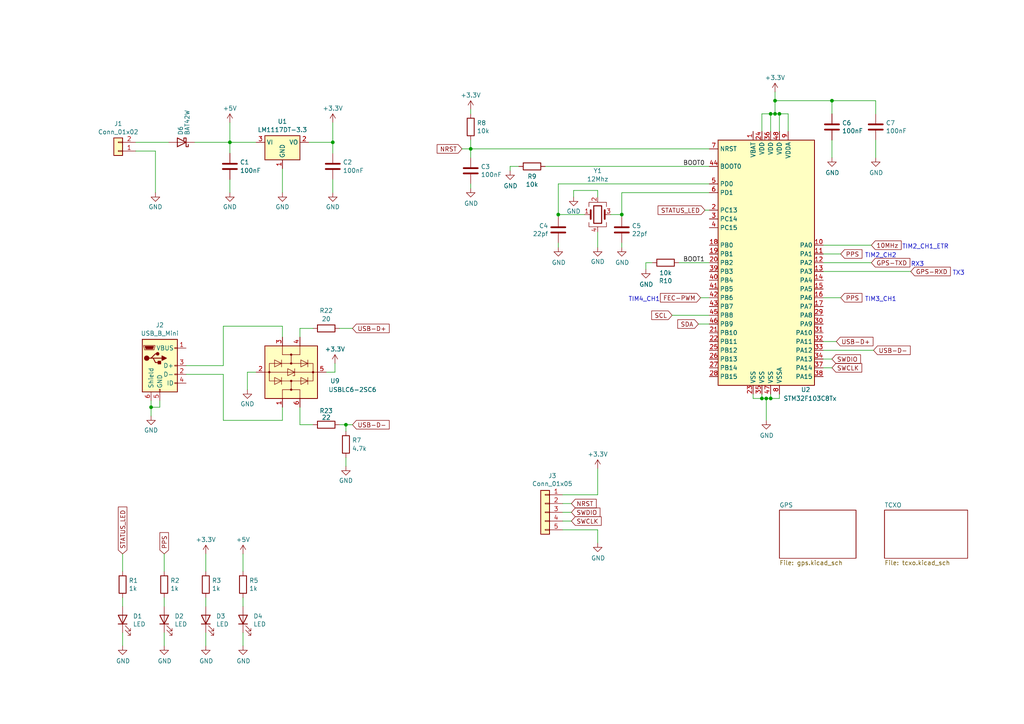
<source format=kicad_sch>
(kicad_sch (version 20230121) (generator eeschema)
  (paper "A4")
  (lib_symbols
    (symbol "Connector:USB_B_Mini" (pin_names (offset 1.016))
      (property "Reference" "J" (at -5.08 11.43 0))
      (property "Value" "USB_B_Mini" (at -5.08 8.89 0))
      (symbol "USB_B_Mini_0_1"
        (rectangle (start -5.08 -7.62) (end 5.08 7.62) (stroke (width 0.254)) (fill (type background)))
        (circle (center -3.81 2.159) (radius 0.635) (stroke (width 0.254)) (fill (type outline)))
        (circle (center -0.635 3.429) (radius 0.381) (stroke (width 0.254)) (fill (type outline)))
        (rectangle (start -0.127 -7.62) (end 0.127 -6.858))
        (polyline (pts (xy -1.905 2.159) (xy 0.635 2.159)) (stroke (width 0.254)))
        (polyline (pts (xy -3.175 2.159) (xy -2.54 2.159) (xy -1.27 3.429) (xy -0.635 3.429)) (stroke (width 0.254)))
        (polyline (pts (xy -2.54 2.159) (xy -1.905 2.159) (xy -1.27 0.889) (xy 0 0.889)) (stroke (width 0.254)))
        (polyline (pts (xy 0.635 2.794) (xy 0.635 1.524) (xy 1.905 2.159) (xy 0.635 2.794)) (stroke (width 0.254)) (fill (type outline)))
        (polyline (pts (xy -4.318 5.588) (xy -1.778 5.588) (xy -2.032 4.826) (xy -4.064 4.826) (xy -4.318 5.588)) (fill (type outline)))
        (polyline (pts (xy -4.699 5.842) (xy -4.699 5.588) (xy -4.445 4.826) (xy -4.445 4.572) (xy -1.651 4.572) (xy -1.651 4.826) (xy -1.397 5.588) (xy -1.397 5.842) (xy -4.699 5.842)))
        (rectangle (start 0.254 1.27) (end -0.508 0.508) (stroke (width 0.254)) (fill (type outline)))
        (rectangle (start 5.08 -5.207) (end 4.318 -4.953))
        (rectangle (start 5.08 -2.667) (end 4.318 -2.413))
        (rectangle (start 5.08 -0.127) (end 4.318 0.127))
        (rectangle (start 5.08 4.953) (end 4.318 5.207))
      )
      (symbol "USB_B_Mini_1_1"
        (pin power_out line (at 7.62 5.08 180) (length 2.54) (name "VBUS") (number "1"))
        (pin bidirectional line (at 7.62 -2.54 180) (length 2.54) (name "D-") (number "2"))
        (pin bidirectional line (at 7.62 0 180) (length 2.54) (name "D+") (number "3"))
        (pin passive line (at 7.62 -5.08 180) (length 2.54) (name "ID") (number "4"))
        (pin power_out line (at 0 -10.16 90) (length 2.54) (name "GND") (number "5"))
        (pin passive line (at -2.54 -10.16 90) (length 2.54) (name "Shield") (number "6"))
      )
    )
    (symbol "Connector_Generic:Conn_01x02" (pin_names (offset 1.016) hide)
      (property "Reference" "J" (at 0 2.54 0))
      (property "Value" "Conn_01x02" (at 0 -5.08 0))
      (symbol "Conn_01x02_1_1"
        (rectangle (start -1.27 -2.413) (end 0 -2.667) (stroke (width 0.1524)))
        (rectangle (start -1.27 0.127) (end 0 -0.127) (stroke (width 0.1524)))
        (rectangle (start -1.27 1.27) (end 1.27 -3.81) (stroke (width 0.254)) (fill (type background)))
        (pin passive line (at -5.08 0 0) (length 3.81) (name "Pin_1") (number "1"))
        (pin passive line (at -5.08 -2.54 0) (length 3.81) (name "Pin_2") (number "2"))
      )
    )
    (symbol "Connector_Generic:Conn_01x05" (pin_names (offset 1.016) hide)
      (property "Reference" "J" (at 0 7.62 0))
      (property "Value" "Conn_01x05" (at 0 -7.62 0))
      (symbol "Conn_01x05_1_1"
        (rectangle (start -1.27 -4.953) (end 0 -5.207) (stroke (width 0.1524)))
        (rectangle (start -1.27 -2.413) (end 0 -2.667) (stroke (width 0.1524)))
        (rectangle (start -1.27 0.127) (end 0 -0.127) (stroke (width 0.1524)))
        (rectangle (start -1.27 2.667) (end 0 2.413) (stroke (width 0.1524)))
        (rectangle (start -1.27 5.207) (end 0 4.953) (stroke (width 0.1524)))
        (rectangle (start -1.27 6.35) (end 1.27 -6.35) (stroke (width 0.254)) (fill (type background)))
        (pin passive line (at -5.08 5.08 0) (length 3.81) (name "Pin_1") (number "1"))
        (pin passive line (at -5.08 2.54 0) (length 3.81) (name "Pin_2") (number "2"))
        (pin passive line (at -5.08 0 0) (length 3.81) (name "Pin_3") (number "3"))
        (pin passive line (at -5.08 -2.54 0) (length 3.81) (name "Pin_4") (number "4"))
        (pin passive line (at -5.08 -5.08 0) (length 3.81) (name "Pin_5") (number "5"))
      )
    )
    (symbol "Device:C" (pin_numbers hide) (pin_names (offset 0.254))
      (property "Reference" "C" (at 0.635 2.54 0))
      (property "Value" "C" (at 0.635 -2.54 0))
      (symbol "C_0_1"
        (polyline (pts (xy -2.032 -0.762) (xy 2.032 -0.762)) (stroke (width 0.508)))
        (polyline (pts (xy -2.032 0.762) (xy 2.032 0.762)) (stroke (width 0.508)))
      )
      (symbol "C_1_1"
        (pin passive line (at 0 3.81 270) (length 2.794) (name "~") (number "1"))
        (pin passive line (at 0 -3.81 90) (length 2.794) (name "~") (number "2"))
      )
    )
    (symbol "Device:Crystal_GND24" (pin_names (offset 1.016) hide)
      (property "Reference" "Y" (at 3.175 5.08 0))
      (property "Value" "Crystal_GND24" (at 3.175 3.175 0))
      (symbol "Crystal_GND24_0_1"
        (rectangle (start -1.143 2.54) (end 1.143 -2.54) (stroke (width 0.3048)))
        (polyline (pts (xy -2.54 0) (xy -2.032 0)))
        (polyline (pts (xy -2.032 -1.27) (xy -2.032 1.27)) (stroke (width 0.508)))
        (polyline (pts (xy 0 -3.81) (xy 0 -3.556)))
        (polyline (pts (xy 0 3.556) (xy 0 3.81)))
        (polyline (pts (xy 2.032 -1.27) (xy 2.032 1.27)) (stroke (width 0.508)))
        (polyline (pts (xy 2.032 0) (xy 2.54 0)))
        (polyline (pts (xy -2.54 -2.286) (xy -2.54 -3.556) (xy 2.54 -3.556) (xy 2.54 -2.286)))
        (polyline (pts (xy -2.54 2.286) (xy -2.54 3.556) (xy 2.54 3.556) (xy 2.54 2.286)))
      )
      (symbol "Crystal_GND24_1_1"
        (pin passive line (at -3.81 0 0) (length 1.27) (name "1") (number "1"))
        (pin passive line (at 0 5.08 270) (length 1.27) (name "2") (number "2"))
        (pin passive line (at 3.81 0 180) (length 1.27) (name "3") (number "3"))
        (pin passive line (at 0 -5.08 90) (length 1.27) (name "4") (number "4"))
      )
    )
    (symbol "Device:D_Schottky" (pin_numbers hide) (pin_names (offset 1.016) hide)
      (property "Reference" "D" (at 0 2.54 0))
      (property "Value" "D_Schottky" (at 0 -2.54 0))
      (symbol "D_Schottky_0_1"
        (polyline (pts (xy 1.27 0) (xy -1.27 0)))
        (polyline (pts (xy 1.27 1.27) (xy 1.27 -1.27) (xy -1.27 0) (xy 1.27 1.27)) (stroke (width 0.254)))
        (polyline (pts (xy -1.905 0.635) (xy -1.905 1.27) (xy -1.27 1.27) (xy -1.27 -1.27) (xy -0.635 -1.27) (xy -0.635 -0.635)) (stroke (width 0.254)))
      )
      (symbol "D_Schottky_1_1"
        (pin passive line (at -3.81 0 0) (length 2.54) (name "K") (number "1"))
        (pin passive line (at 3.81 0 180) (length 2.54) (name "A") (number "2"))
      )
    )
    (symbol "Device:LED" (pin_numbers hide) (pin_names (offset 1.016) hide)
      (property "Reference" "D" (at 0 2.54 0))
      (property "Value" "LED" (at 0 -2.54 0))
      (symbol "LED_0_1"
        (polyline (pts (xy -1.27 -1.27) (xy -1.27 1.27)) (stroke (width 0.254)))
        (polyline (pts (xy -1.27 0) (xy 1.27 0)))
        (polyline (pts (xy 1.27 -1.27) (xy 1.27 1.27) (xy -1.27 0) (xy 1.27 -1.27)) (stroke (width 0.254)))
        (polyline (pts (xy -3.048 -0.762) (xy -4.572 -2.286) (xy -3.81 -2.286) (xy -4.572 -2.286) (xy -4.572 -1.524)))
        (polyline (pts (xy -1.778 -0.762) (xy -3.302 -2.286) (xy -2.54 -2.286) (xy -3.302 -2.286) (xy -3.302 -1.524)))
      )
      (symbol "LED_1_1"
        (pin passive line (at -3.81 0 0) (length 2.54) (name "K") (number "1"))
        (pin passive line (at 3.81 0 180) (length 2.54) (name "A") (number "2"))
      )
    )
    (symbol "Device:R" (pin_numbers hide) (pin_names (offset 0))
      (property "Reference" "R" (at 2.032 0 90))
      (property "Value" "R" (at 0 0 90))
      (symbol "R_0_1"
        (rectangle (start -1.016 -2.54) (end 1.016 2.54) (stroke (width 0.254)))
      )
      (symbol "R_1_1"
        (pin passive line (at 0 3.81 270) (length 1.27) (name "~") (number "1"))
        (pin passive line (at 0 -3.81 90) (length 1.27) (name "~") (number "2"))
      )
    )
    (symbol "Power_Protection:USBLC6-2SC6" (pin_names hide)
      (property "Reference" "U" (at 2.54 8.89 0))
      (property "Value" "USBLC6-2SC6" (at 2.54 -8.89 0))
      (symbol "USBLC6-2SC6_0_1"
        (rectangle (start -7.62 -7.62) (end 7.62 7.62) (stroke (width 0.254)) (fill (type background)))
        (circle (center -5.08 0) (radius 0.254) (fill (type outline)))
        (circle (center -2.54 0) (radius 0.254) (fill (type outline)))
        (rectangle (start -2.54 6.35) (end 2.54 -6.35))
        (circle (center 0 -6.35) (radius 0.254) (fill (type outline)))
        (polyline (pts (xy -5.08 -2.54) (xy -7.62 -2.54)))
        (polyline (pts (xy -5.08 0) (xy -5.08 -2.54)))
        (polyline (pts (xy -5.08 2.54) (xy -7.62 2.54)))
        (polyline (pts (xy -1.524 -2.794) (xy -3.556 -2.794)))
        (polyline (pts (xy -1.524 4.826) (xy -3.556 4.826)))
        (polyline (pts (xy 0 -7.62) (xy 0 -6.35)))
        (polyline (pts (xy 0 -6.35) (xy 0 1.27)))
        (polyline (pts (xy 0 1.27) (xy 0 6.35)))
        (polyline (pts (xy 0 6.35) (xy 0 7.62)))
        (polyline (pts (xy 1.524 -2.794) (xy 3.556 -2.794)))
        (polyline (pts (xy 1.524 4.826) (xy 3.556 4.826)))
        (polyline (pts (xy 5.08 -2.54) (xy 7.62 -2.54)))
        (polyline (pts (xy 5.08 0) (xy 5.08 -2.54)))
        (polyline (pts (xy 5.08 2.54) (xy 7.62 2.54)))
        (polyline (pts (xy -2.54 0) (xy -5.08 0) (xy -5.08 2.54)))
        (polyline (pts (xy 2.54 0) (xy 5.08 0) (xy 5.08 2.54)))
        (polyline (pts (xy -3.556 -4.826) (xy -1.524 -4.826) (xy -2.54 -2.794) (xy -3.556 -4.826)))
        (polyline (pts (xy -3.556 2.794) (xy -1.524 2.794) (xy -2.54 4.826) (xy -3.556 2.794)))
        (polyline (pts (xy -1.016 -1.016) (xy 1.016 -1.016) (xy 0 1.016) (xy -1.016 -1.016)))
        (polyline (pts (xy 1.016 1.016) (xy 0.762 1.016) (xy -1.016 1.016) (xy -1.016 0.508)))
        (polyline (pts (xy 3.556 -4.826) (xy 1.524 -4.826) (xy 2.54 -2.794) (xy 3.556 -4.826)))
        (polyline (pts (xy 3.556 2.794) (xy 1.524 2.794) (xy 2.54 4.826) (xy 3.556 2.794)))
        (circle (center 0 6.35) (radius 0.254) (fill (type outline)))
        (circle (center 2.54 0) (radius 0.254) (fill (type outline)))
        (circle (center 5.08 0) (radius 0.254) (fill (type outline)))
      )
      (symbol "USBLC6-2SC6_1_1"
        (pin passive line (at -10.16 -2.54 0) (length 2.54) (name "I/O1") (number "1"))
        (pin passive line (at 0 -10.16 90) (length 2.54) (name "GND") (number "2"))
        (pin passive line (at 10.16 -2.54 180) (length 2.54) (name "I/O2") (number "3"))
        (pin passive line (at 10.16 2.54 180) (length 2.54) (name "I/O2") (number "4"))
        (pin passive line (at 0 10.16 270) (length 2.54) (name "VBUS") (number "5"))
        (pin passive line (at -10.16 2.54 0) (length 2.54) (name "I/O1") (number "6"))
      )
    )
    (symbol "Regulator_Linear:LM1117DT-3.3"
      (property "Reference" "U" (at -3.81 3.175 0))
      (property "Value" "LM1117DT-3.3" (at 0 3.175 0))
      (symbol "LM1117DT-3.3_0_1"
        (rectangle (start -5.08 -5.08) (end 5.08 1.905) (stroke (width 0.254)) (fill (type background)))
      )
      (symbol "LM1117DT-3.3_1_1"
        (pin power_in line (at 0 -7.62 90) (length 2.54) (name "GND") (number "1"))
        (pin power_out line (at 7.62 0 180) (length 2.54) (name "VO") (number "2"))
        (pin power_in line (at -7.62 0 0) (length 2.54) (name "VI") (number "3"))
      )
    )
    (symbol "cheapsdo-rescue:STM32F103C8Tx-MCU_ST_STM32F1"
      (property "Reference" "U" (at -15.24 36.83 0))
      (property "Value" "MCU_ST_STM32F1_STM32F103C8Tx" (at 7.62 36.83 0))
      (symbol "STM32F103C8Tx-MCU_ST_STM32F1_0_1"
        (rectangle (start -15.24 -35.56) (end 12.7 35.56) (stroke (width 0.254)) (fill (type background)))
      )
      (symbol "STM32F103C8Tx-MCU_ST_STM32F1_1_1"
        (pin power_in line (at -5.08 38.1 270) (length 2.54) (name "VBAT") (number "1"))
        (pin bidirectional line (at 15.24 5.08 180) (length 2.54) (name "PA0") (number "10"))
        (pin bidirectional line (at 15.24 2.54 180) (length 2.54) (name "PA1") (number "11"))
        (pin bidirectional line (at 15.24 0 180) (length 2.54) (name "PA2") (number "12"))
        (pin bidirectional line (at 15.24 -2.54 180) (length 2.54) (name "PA3") (number "13"))
        (pin bidirectional line (at 15.24 -5.08 180) (length 2.54) (name "PA4") (number "14"))
        (pin bidirectional line (at 15.24 -7.62 180) (length 2.54) (name "PA5") (number "15"))
        (pin bidirectional line (at 15.24 -10.16 180) (length 2.54) (name "PA6") (number "16"))
        (pin bidirectional line (at 15.24 -12.7 180) (length 2.54) (name "PA7") (number "17"))
        (pin bidirectional line (at -17.78 5.08 0) (length 2.54) (name "PB0") (number "18"))
        (pin bidirectional line (at -17.78 2.54 0) (length 2.54) (name "PB1") (number "19"))
        (pin bidirectional line (at -17.78 15.24 0) (length 2.54) (name "PC13") (number "2"))
        (pin bidirectional line (at -17.78 0 0) (length 2.54) (name "PB2") (number "20"))
        (pin bidirectional line (at -17.78 -20.32 0) (length 2.54) (name "PB10") (number "21"))
        (pin bidirectional line (at -17.78 -22.86 0) (length 2.54) (name "PB11") (number "22"))
        (pin power_in line (at -5.08 -38.1 90) (length 2.54) (name "VSS") (number "23"))
        (pin power_in line (at -2.54 38.1 270) (length 2.54) (name "VDD") (number "24"))
        (pin bidirectional line (at -17.78 -25.4 0) (length 2.54) (name "PB12") (number "25"))
        (pin bidirectional line (at -17.78 -27.94 0) (length 2.54) (name "PB13") (number "26"))
        (pin bidirectional line (at -17.78 -30.48 0) (length 2.54) (name "PB14") (number "27"))
        (pin bidirectional line (at -17.78 -33.02 0) (length 2.54) (name "PB15") (number "28"))
        (pin bidirectional line (at 15.24 -15.24 180) (length 2.54) (name "PA8") (number "29"))
        (pin bidirectional line (at -17.78 12.7 0) (length 2.54) (name "PC14") (number "3"))
        (pin bidirectional line (at 15.24 -17.78 180) (length 2.54) (name "PA9") (number "30"))
        (pin bidirectional line (at 15.24 -20.32 180) (length 2.54) (name "PA10") (number "31"))
        (pin bidirectional line (at 15.24 -22.86 180) (length 2.54) (name "PA11") (number "32"))
        (pin bidirectional line (at 15.24 -25.4 180) (length 2.54) (name "PA12") (number "33"))
        (pin bidirectional line (at 15.24 -27.94 180) (length 2.54) (name "PA13") (number "34"))
        (pin power_in line (at -2.54 -38.1 90) (length 2.54) (name "VSS") (number "35"))
        (pin power_in line (at 0 38.1 270) (length 2.54) (name "VDD") (number "36"))
        (pin bidirectional line (at 15.24 -30.48 180) (length 2.54) (name "PA14") (number "37"))
        (pin bidirectional line (at 15.24 -33.02 180) (length 2.54) (name "PA15") (number "38"))
        (pin bidirectional line (at -17.78 -2.54 0) (length 2.54) (name "PB3") (number "39"))
        (pin bidirectional line (at -17.78 10.16 0) (length 2.54) (name "PC15") (number "4"))
        (pin bidirectional line (at -17.78 -5.08 0) (length 2.54) (name "PB4") (number "40"))
        (pin bidirectional line (at -17.78 -7.62 0) (length 2.54) (name "PB5") (number "41"))
        (pin bidirectional line (at -17.78 -10.16 0) (length 2.54) (name "PB6") (number "42"))
        (pin bidirectional line (at -17.78 -12.7 0) (length 2.54) (name "PB7") (number "43"))
        (pin input line (at -17.78 27.94 0) (length 2.54) (name "BOOT0") (number "44"))
        (pin bidirectional line (at -17.78 -15.24 0) (length 2.54) (name "PB8") (number "45"))
        (pin bidirectional line (at -17.78 -17.78 0) (length 2.54) (name "PB9") (number "46"))
        (pin power_in line (at 0 -38.1 90) (length 2.54) (name "VSS") (number "47"))
        (pin power_in line (at 2.54 38.1 270) (length 2.54) (name "VDD") (number "48"))
        (pin input line (at -17.78 22.86 0) (length 2.54) (name "PD0") (number "5"))
        (pin input line (at -17.78 20.32 0) (length 2.54) (name "PD1") (number "6"))
        (pin input line (at -17.78 33.02 0) (length 2.54) (name "NRST") (number "7"))
        (pin power_in line (at 2.54 -38.1 90) (length 2.54) (name "VSSA") (number "8"))
        (pin power_in line (at 5.08 38.1 270) (length 2.54) (name "VDDA") (number "9"))
      )
    )
    (symbol "power:+3.3V" (power) (pin_names (offset 0))
      (property "Value" "+3.3V" (at 0 3.556 0))
      (symbol "+3.3V_0_1"
        (polyline (pts (xy -0.762 1.27) (xy 0 2.54)))
        (polyline (pts (xy 0 0) (xy 0 2.54)))
        (polyline (pts (xy 0 2.54) (xy 0.762 1.27)))
      )
      (symbol "+3.3V_1_1"
        (pin power_in line (at 0 0 90) (length 0) hide (name "+3.3V") (number "1"))
      )
    )
    (symbol "power:+5V" (power) (pin_names (offset 0))
      (property "Value" "+5V" (at 0 3.556 0))
      (symbol "+5V_0_1"
        (polyline (pts (xy -0.762 1.27) (xy 0 2.54)))
        (polyline (pts (xy 0 0) (xy 0 2.54)))
        (polyline (pts (xy 0 2.54) (xy 0.762 1.27)))
      )
      (symbol "+5V_1_1"
        (pin power_in line (at 0 0 90) (length 0) hide (name "+5V") (number "1"))
      )
    )
    (symbol "power:GND" (power) (pin_names (offset 0))
      (property "Value" "GND" (at 0 -3.81 0))
      (symbol "GND_0_1"
        (polyline (pts (xy 0 0) (xy 0 -1.27) (xy 1.27 -1.27) (xy 0 -2.54) (xy -1.27 -1.27) (xy 0 -1.27)))
      )
      (symbol "GND_1_1"
        (pin power_in line (at 0 0 270) (length 0) hide (name "GND") (number "1"))
      )
    )
  )
  (junction (at 180.34 62.23))
  (junction (at 96.52 41.275))
  (junction (at 220.98 115.57))
  (junction (at 100.33 123.19))
  (junction (at 223.52 33.02))
  (junction (at 222.25 115.57))
  (junction (at 224.79 29.21))
  (junction (at 226.06 33.02))
  (junction (at 43.815 118.11))
  (junction (at 241.3 29.21))
  (junction (at 223.52 115.57))
  (junction (at 224.79 33.02))
  (junction (at 161.925 62.23))
  (junction (at 136.525 43.18))
  (junction (at 66.675 41.275))
  (wire (pts (xy 43.815 118.11) (xy 43.815 120.65)))
  (wire (pts (xy 241.3 40.64) (xy 241.3 45.72)))
  (wire (pts (xy 39.37 41.275) (xy 48.895 41.275)))
  (wire (pts (xy 163.195 153.67) (xy 173.355 153.67)))
  (wire (pts (xy 254 29.21) (xy 254 33.02)))
  (wire (pts (xy 98.425 123.19) (xy 100.33 123.19)))
  (wire (pts (xy 238.76 104.14) (xy 241.3 104.14)))
  (wire (pts (xy 74.295 107.95) (xy 71.755 107.95)))
  (wire (pts (xy 163.195 146.05) (xy 165.735 146.05)))
  (wire (pts (xy 136.525 43.18) (xy 136.525 45.72)))
  (wire (pts (xy 161.925 62.23) (xy 161.925 62.865)))
  (wire (pts (xy 173.355 143.51) (xy 173.355 135.89)))
  (wire (pts (xy 222.25 115.57) (xy 223.52 115.57)))
  (wire (pts (xy 64.77 121.92) (xy 64.77 108.585)))
  (wire (pts (xy 53.975 106.045) (xy 64.77 106.045)))
  (wire (pts (xy 35.56 160.655) (xy 35.56 165.735)))
  (wire (pts (xy 96.52 41.275) (xy 96.52 44.45)))
  (wire (pts (xy 163.195 151.13) (xy 165.735 151.13)))
  (wire (pts (xy 254 40.64) (xy 254 45.72)))
  (wire (pts (xy 238.76 76.2) (xy 252.73 76.2)))
  (wire (pts (xy 223.52 33.02) (xy 224.79 33.02)))
  (wire (pts (xy 97.155 107.95) (xy 97.155 105.41)))
  (wire (pts (xy 81.915 118.11) (xy 81.915 121.92)))
  (wire (pts (xy 94.615 107.95) (xy 97.155 107.95)))
  (wire (pts (xy 163.195 143.51) (xy 173.355 143.51)))
  (wire (pts (xy 71.755 107.95) (xy 71.755 113.03)))
  (wire (pts (xy 47.625 173.355) (xy 47.625 175.895)))
  (wire (pts (xy 136.525 33.02) (xy 136.525 31.75)))
  (wire (pts (xy 222.25 115.57) (xy 222.25 121.92)))
  (wire (pts (xy 136.525 53.34) (xy 136.525 54.61)))
  (wire (pts (xy 161.925 62.23) (xy 169.545 62.23)))
  (wire (pts (xy 45.085 43.815) (xy 45.085 55.88)))
  (wire (pts (xy 39.37 43.815) (xy 45.085 43.815)))
  (wire (pts (xy 86.995 95.25) (xy 90.805 95.25)))
  (wire (pts (xy 223.52 38.1) (xy 223.52 33.02)))
  (wire (pts (xy 86.995 118.11) (xy 86.995 123.19)))
  (wire (pts (xy 64.77 94.615) (xy 81.915 94.615)))
  (wire (pts (xy 238.76 78.74) (xy 264.16 78.74)))
  (wire (pts (xy 147.955 49.53) (xy 147.955 48.26)))
  (wire (pts (xy 220.98 38.1) (xy 220.98 33.02)))
  (wire (pts (xy 218.44 114.3) (xy 218.44 115.57)))
  (wire (pts (xy 194.945 91.44) (xy 205.74 91.44)))
  (wire (pts (xy 70.485 160.655) (xy 70.485 165.735)))
  (wire (pts (xy 173.355 55.245) (xy 166.37 55.245)))
  (wire (pts (xy 224.79 29.21) (xy 241.3 29.21)))
  (wire (pts (xy 173.355 153.67) (xy 173.355 157.48)))
  (wire (pts (xy 46.355 118.11) (xy 46.355 116.205)))
  (wire (pts (xy 100.33 123.19) (xy 100.33 125.095)))
  (wire (pts (xy 196.85 76.2) (xy 205.74 76.2)))
  (wire (pts (xy 64.77 106.045) (xy 64.77 94.615)))
  (wire (pts (xy 59.69 183.515) (xy 59.69 187.325)))
  (wire (pts (xy 161.925 71.755) (xy 161.925 70.485)))
  (wire (pts (xy 158.115 48.26) (xy 205.74 48.26)))
  (wire (pts (xy 224.79 29.21) (xy 224.79 26.67)))
  (wire (pts (xy 226.06 38.1) (xy 226.06 33.02)))
  (wire (pts (xy 180.34 62.23) (xy 180.34 62.865)))
  (wire (pts (xy 204.47 60.96) (xy 205.74 60.96)))
  (wire (pts (xy 81.915 121.92) (xy 64.77 121.92)))
  (wire (pts (xy 177.165 62.23) (xy 180.34 62.23)))
  (wire (pts (xy 241.3 29.21) (xy 241.3 33.02)))
  (wire (pts (xy 223.52 115.57) (xy 226.06 115.57)))
  (wire (pts (xy 161.925 53.34) (xy 161.925 62.23)))
  (wire (pts (xy 86.995 95.25) (xy 86.995 97.79)))
  (wire (pts (xy 100.33 132.715) (xy 100.33 135.255)))
  (wire (pts (xy 238.76 73.66) (xy 243.84 73.66)))
  (wire (pts (xy 180.34 55.88) (xy 205.74 55.88)))
  (wire (pts (xy 238.76 106.68) (xy 241.3 106.68)))
  (wire (pts (xy 136.525 43.18) (xy 136.525 40.64)))
  (wire (pts (xy 173.355 67.31) (xy 173.355 71.755)))
  (wire (pts (xy 238.76 86.36) (xy 243.84 86.36)))
  (wire (pts (xy 166.37 55.245) (xy 166.37 57.15)))
  (wire (pts (xy 241.3 29.21) (xy 254 29.21)))
  (wire (pts (xy 223.52 115.57) (xy 223.52 114.3)))
  (wire (pts (xy 66.675 35.56) (xy 66.675 41.275)))
  (wire (pts (xy 220.98 33.02) (xy 223.52 33.02)))
  (wire (pts (xy 47.625 183.515) (xy 47.625 187.325)))
  (wire (pts (xy 133.985 43.18) (xy 136.525 43.18)))
  (wire (pts (xy 238.76 101.6) (xy 253.365 101.6)))
  (wire (pts (xy 102.235 95.25) (xy 98.425 95.25)))
  (wire (pts (xy 43.815 118.11) (xy 46.355 118.11)))
  (wire (pts (xy 189.23 76.2) (xy 187.325 76.2)))
  (wire (pts (xy 226.06 115.57) (xy 226.06 114.3)))
  (wire (pts (xy 59.69 160.655) (xy 59.69 165.735)))
  (wire (pts (xy 218.44 115.57) (xy 220.98 115.57)))
  (wire (pts (xy 59.69 173.355) (xy 59.69 175.895)))
  (wire (pts (xy 102.235 123.19) (xy 100.33 123.19)))
  (wire (pts (xy 90.805 123.19) (xy 86.995 123.19)))
  (wire (pts (xy 226.06 33.02) (xy 228.6 33.02)))
  (wire (pts (xy 43.815 116.205) (xy 43.815 118.11)))
  (wire (pts (xy 220.98 115.57) (xy 222.25 115.57)))
  (wire (pts (xy 147.955 48.26) (xy 150.495 48.26)))
  (wire (pts (xy 96.52 52.07) (xy 96.52 55.88)))
  (wire (pts (xy 89.535 41.275) (xy 96.52 41.275)))
  (wire (pts (xy 161.925 53.34) (xy 205.74 53.34)))
  (wire (pts (xy 47.625 160.655) (xy 47.625 165.735)))
  (wire (pts (xy 180.34 55.88) (xy 180.34 62.23)))
  (wire (pts (xy 173.355 57.15) (xy 173.355 55.245)))
  (wire (pts (xy 187.325 76.2) (xy 187.325 78.105)))
  (wire (pts (xy 56.515 41.275) (xy 66.675 41.275)))
  (wire (pts (xy 53.975 108.585) (xy 64.77 108.585)))
  (wire (pts (xy 136.525 43.18) (xy 205.74 43.18)))
  (wire (pts (xy 238.76 71.12) (xy 252.73 71.12)))
  (wire (pts (xy 66.675 41.275) (xy 66.675 44.45)))
  (wire (pts (xy 66.675 52.07) (xy 66.675 55.88)))
  (wire (pts (xy 180.34 71.755) (xy 180.34 70.485)))
  (wire (pts (xy 228.6 33.02) (xy 228.6 38.1)))
  (wire (pts (xy 35.56 173.355) (xy 35.56 175.895)))
  (wire (pts (xy 81.915 48.895) (xy 81.915 55.88)))
  (wire (pts (xy 81.915 94.615) (xy 81.915 97.79)))
  (wire (pts (xy 238.76 99.06) (xy 242.57 99.06)))
  (wire (pts (xy 220.98 115.57) (xy 220.98 114.3)))
  (wire (pts (xy 224.79 33.02) (xy 224.79 29.21)))
  (wire (pts (xy 74.295 41.275) (xy 66.675 41.275)))
  (wire (pts (xy 70.485 183.515) (xy 70.485 187.325)))
  (wire (pts (xy 224.79 33.02) (xy 226.06 33.02)))
  (wire (pts (xy 202.565 93.98) (xy 205.74 93.98)))
  (wire (pts (xy 163.195 148.59) (xy 165.735 148.59)))
  (wire (pts (xy 35.56 183.515) (xy 35.56 187.325)))
  (wire (pts (xy 96.52 41.275) (xy 96.52 35.56)))
  (wire (pts (xy 70.485 173.355) (xy 70.485 175.895)))
  (wire (pts (xy 203.2 86.36) (xy 205.74 86.36)))
  (text "TIM2_CH2" (at 250.825 74.93 0) (effects (font (size 1.27 1.27)) (justify left bottom)))
  (text "TIM2_CH1_ETR" (at 261.62 72.39 0) (effects (font (size 1.27 1.27)) (justify left bottom)))
  (text "TIM4_CH1" (at 182.245 87.63 0) (effects (font (size 1.27 1.27)) (justify left bottom)))
  (text "TIM3_CH1" (at 250.825 87.63 0) (effects (font (size 1.27 1.27)) (justify left bottom)))
  (text "RX3" (at 264.16 77.47 0) (effects (font (size 1.27 1.27)) (justify left bottom)))
  (text "TX3" (at 276.225 80.01 0) (effects (font (size 1.27 1.27)) (justify left bottom)))
  (label "BOOT0" (at 198.12 48.26 0))
  (label "BOOT1" (at 198.12 76.2 0))
  (global_label "USB-D+" (shape input) (at 242.57 99.06 0) (property "Intersheetrefs" "${INTERSHEET_REFS}" (effects hide)))
  (global_label "SCL" (shape input) (at 194.945 91.44 180) (property "Intersheetrefs" "${INTERSHEET_REFS}" (effects hide)))
  (global_label "SWCLK" (shape input) (at 165.735 151.13 0) (property "Intersheetrefs" "${INTERSHEET_REFS}" (effects hide)))
  (global_label "NRST" (shape input) (at 165.735 146.05 0) (property "Intersheetrefs" "${INTERSHEET_REFS}" (effects hide)))
  (global_label "NRST" (shape input) (at 133.985 43.18 180) (property "Intersheetrefs" "${INTERSHEET_REFS}" (effects hide)))
  (global_label "SWDIO" (shape input) (at 165.735 148.59 0) (property "Intersheetrefs" "${INTERSHEET_REFS}" (effects hide)))
  (global_label "STATUS_LED" (shape input) (at 35.56 160.655 90) (property "Intersheetrefs" "${INTERSHEET_REFS}" (effects hide)))
  (global_label "GPS-RXD" (shape input) (at 264.16 78.74 0) (property "Intersheetrefs" "${INTERSHEET_REFS}" (effects hide)))
  (global_label "PPS" (shape input) (at 47.625 160.655 90) (property "Intersheetrefs" "${INTERSHEET_REFS}" (effects hide)))
  (global_label "PPS" (shape input) (at 243.84 73.66 0) (property "Intersheetrefs" "${INTERSHEET_REFS}" (effects hide)))
  (global_label "SWDIO" (shape input) (at 241.3 104.14 0) (property "Intersheetrefs" "${INTERSHEET_REFS}" (effects hide)))
  (global_label "STATUS_LED" (shape input) (at 204.47 60.96 180) (property "Intersheetrefs" "${INTERSHEET_REFS}" (effects hide)))
  (global_label "SDA" (shape input) (at 202.565 93.98 180) (property "Intersheetrefs" "${INTERSHEET_REFS}" (effects hide)))
  (global_label "PPS" (shape input) (at 243.84 86.36 0) (property "Intersheetrefs" "${INTERSHEET_REFS}" (effects hide)))
  (global_label "USB-D-" (shape input) (at 253.365 101.6 0) (property "Intersheetrefs" "${INTERSHEET_REFS}" (effects hide)))
  (global_label "USB-D+" (shape input) (at 102.235 95.25 0) (property "Intersheetrefs" "${INTERSHEET_REFS}" (effects hide)))
  (global_label "SWCLK" (shape input) (at 241.3 106.68 0) (property "Intersheetrefs" "${INTERSHEET_REFS}" (effects hide)))
  (global_label "GPS-TXD" (shape input) (at 252.73 76.2 0) (property "Intersheetrefs" "${INTERSHEET_REFS}" (effects hide)))
  (global_label "10MHz" (shape input) (at 252.73 71.12 0) (property "Intersheetrefs" "${INTERSHEET_REFS}" (effects hide)))
  (global_label "USB-D-" (shape input) (at 102.235 123.19 0) (property "Intersheetrefs" "${INTERSHEET_REFS}" (effects hide)))
  (global_label "FEC-PWM" (shape input) (at 203.2 86.36 180) (property "Intersheetrefs" "${INTERSHEET_REFS}" (effects hide)))
  (symbol (lib_id "cheapsdo-rescue:STM32F103C8Tx-MCU_ST_STM32F1") (at 223.52 76.2 0) (unit 1)
    (property "Reference" "U2" (at 233.68 113.03 0))
    (property "Value" "STM32F103C8Tx" (at 234.95 115.57 0))
    (property "Footprint" "Package_QFP:LQFP-48_7x7mm_P0.5mm" (effects hide))
    (property "Datasheet" "http://www.st.com/st-web-ui/static/active/en/resource/technical/document/datasheet/CD00161566.pdf" (effects hide))
  )
  (symbol (lib_id "Device:R") (at 154.305 48.26 270) (unit 1)
    (property "Reference" "R9" (at 154.305 51.181 90))
    (property "Value" "10k" (at 154.305 53.4924 90))
    (property "Footprint" "Resistor_SMD:R_0603_1608Metric_Pad0.98x0.95mm_HandSolder" (effects hide))
  )
  (symbol (lib_id "Device:R") (at 193.04 76.2 90) (unit 1)
    (property "Reference" "R10" (at 193.04 81.4578 90))
    (property "Value" "10k" (at 193.04 79.1464 90))
    (property "Footprint" "Resistor_SMD:R_0603_1608Metric_Pad0.98x0.95mm_HandSolder" (effects hide))
  )
  (symbol (lib_id "power:GND") (at 187.325 78.105 0) (unit 1)
    (property "Reference" "#PWR024" (effects hide))
    (property "Value" "GND" (at 187.452 82.4992 0))
  )
  (symbol (lib_id "Device:C") (at 161.925 66.675 0) (unit 1)
    (property "Reference" "C4" (at 159.0294 65.5066 0) (effects (justify right)))
    (property "Value" "22pf" (at 159.0294 67.818 0) (effects (justify right)))
    (property "Footprint" "Capacitor_SMD:C_0603_1608Metric_Pad1.08x0.95mm_HandSolder" (effects hide))
  )
  (symbol (lib_id "Device:C") (at 180.34 66.675 0) (unit 1)
    (property "Reference" "C5" (at 183.261 65.5066 0) (effects (justify left)))
    (property "Value" "22pf" (at 183.261 67.818 0) (effects (justify left)))
    (property "Footprint" "Capacitor_SMD:C_0603_1608Metric_Pad1.08x0.95mm_HandSolder" (effects hide))
  )
  (symbol (lib_id "power:GND") (at 147.955 49.53 0) (unit 1)
    (property "Reference" "#PWR017" (effects hide))
    (property "Value" "GND" (at 148.082 53.9242 0))
  )
  (symbol (lib_id "power:GND") (at 161.925 71.755 0) (unit 1)
    (property "Reference" "#PWR018" (effects hide))
    (property "Value" "GND" (at 162.052 76.1492 0))
  )
  (symbol (lib_id "power:GND") (at 180.34 71.755 0) (unit 1)
    (property "Reference" "#PWR023" (effects hide))
    (property "Value" "GND" (at 180.467 76.1492 0))
  )
  (symbol (lib_id "power:GND") (at 222.25 121.92 0) (unit 1)
    (property "Reference" "#PWR025" (effects hide))
    (property "Value" "GND" (at 222.377 126.3142 0))
  )
  (symbol (lib_id "Device:C") (at 241.3 36.83 0) (unit 1)
    (property "Reference" "C6" (at 244.221 35.6616 0) (effects (justify left)))
    (property "Value" "100nF" (at 244.221 37.973 0) (effects (justify left)))
    (property "Footprint" "Capacitor_SMD:C_0603_1608Metric_Pad1.08x0.95mm_HandSolder" (effects hide))
  )
  (symbol (lib_id "Device:C") (at 254 36.83 0) (unit 1)
    (property "Reference" "C7" (at 256.921 35.6616 0) (effects (justify left)))
    (property "Value" "100nF" (at 256.921 37.973 0) (effects (justify left)))
    (property "Footprint" "Capacitor_SMD:C_0603_1608Metric_Pad1.08x0.95mm_HandSolder" (effects hide))
  )
  (symbol (lib_id "power:GND") (at 254 45.72 0) (unit 1)
    (property "Reference" "#PWR028" (effects hide))
    (property "Value" "GND" (at 254.127 50.1142 0))
  )
  (symbol (lib_id "power:GND") (at 241.3 45.72 0) (unit 1)
    (property "Reference" "#PWR027" (effects hide))
    (property "Value" "GND" (at 241.427 50.1142 0))
  )
  (symbol (lib_id "Device:R") (at 136.525 36.83 0) (unit 1)
    (property "Reference" "R8" (at 138.303 35.6616 0) (effects (justify left)))
    (property "Value" "10k" (at 138.303 37.973 0) (effects (justify left)))
    (property "Footprint" "Resistor_SMD:R_0603_1608Metric_Pad0.98x0.95mm_HandSolder" (effects hide))
  )
  (symbol (lib_id "Device:C") (at 136.525 49.53 0) (unit 1)
    (property "Reference" "C3" (at 139.446 48.3616 0) (effects (justify left)))
    (property "Value" "100nF" (at 139.446 50.673 0) (effects (justify left)))
    (property "Footprint" "Capacitor_SMD:C_0603_1608Metric_Pad1.08x0.95mm_HandSolder" (effects hide))
  )
  (symbol (lib_id "power:GND") (at 136.525 54.61 0) (unit 1)
    (property "Reference" "#PWR016" (effects hide))
    (property "Value" "GND" (at 136.652 59.0042 0))
  )
  (symbol (lib_id "Connector_Generic:Conn_01x05") (at 158.115 148.59 0) (mirror y) (unit 1)
    (property "Reference" "J3" (at 160.1978 137.9982 0))
    (property "Value" "Conn_01x05" (at 160.1978 140.3096 0))
    (property "Footprint" "Connector_PinHeader_2.54mm:PinHeader_1x05_P2.54mm_Vertical" (effects hide))
  )
  (symbol (lib_id "power:GND") (at 173.355 157.48 0) (unit 1)
    (property "Reference" "#PWR022" (effects hide))
    (property "Value" "GND" (at 173.482 161.8742 0))
  )
  (symbol (lib_id "Device:R") (at 35.56 169.545 0) (unit 1)
    (property "Reference" "R1" (at 37.338 168.3766 0) (effects (justify left)))
    (property "Value" "1k" (at 37.338 170.688 0) (effects (justify left)))
    (property "Footprint" "Resistor_SMD:R_0603_1608Metric_Pad0.98x0.95mm_HandSolder" (effects hide))
  )
  (symbol (lib_id "Device:LED") (at 35.56 179.705 90) (unit 1)
    (property "Reference" "D1" (at 38.5572 178.7144 90) (effects (justify right)))
    (property "Value" "LED" (at 38.5572 181.0258 90) (effects (justify right)))
    (property "Footprint" "LED_SMD:LED_0603_1608Metric_Pad1.05x0.95mm_HandSolder" (effects hide))
  )
  (symbol (lib_id "power:GND") (at 35.56 187.325 0) (unit 1)
    (property "Reference" "#PWR01" (effects hide))
    (property "Value" "GND" (at 35.687 191.7192 0))
  )
  (symbol (lib_id "power:+3.3V") (at 136.525 31.75 0) (unit 1)
    (property "Reference" "#PWR015" (effects hide))
    (property "Value" "+3.3V" (at 136.525 27.6169 0))
  )
  (symbol (lib_id "Device:LED") (at 59.69 179.705 90) (unit 1)
    (property "Reference" "D3" (at 62.6872 178.7144 90) (effects (justify right)))
    (property "Value" "LED" (at 62.6872 181.0258 90) (effects (justify right)))
    (property "Footprint" "LED_SMD:LED_0603_1608Metric_Pad1.05x0.95mm_HandSolder" (effects hide))
  )
  (symbol (lib_id "power:GND") (at 100.33 135.255 0) (unit 1)
    (property "Reference" "#PWR012" (effects hide))
    (property "Value" "GND" (at 100.33 139.3881 0))
  )
  (symbol (lib_id "power:+3.3V") (at 96.52 35.56 0) (unit 1)
    (property "Reference" "#PWR013" (effects hide))
    (property "Value" "+3.3V" (at 96.52 31.4269 0))
  )
  (symbol (lib_id "power:GND") (at 96.52 55.88 0) (unit 1)
    (property "Reference" "#PWR014" (effects hide))
    (property "Value" "GND" (at 96.52 60.0131 0))
  )
  (symbol (lib_id "power:+3.3V") (at 97.155 105.41 0) (unit 1)
    (property "Reference" "#PWR058" (effects hide))
    (property "Value" "+3.3V" (at 97.155 101.2769 0))
  )
  (symbol (lib_id "power:GND") (at 43.815 120.65 0) (unit 1)
    (property "Reference" "#PWR02" (effects hide))
    (property "Value" "GND" (at 43.815 124.7831 0))
  )
  (symbol (lib_id "power:GND") (at 173.355 71.755 0) (unit 1)
    (property "Reference" "#PWR020" (effects hide))
    (property "Value" "GND" (at 173.355 75.8881 0))
  )
  (symbol (lib_id "Device:R") (at 47.625 169.545 0) (unit 1)
    (property "Reference" "R2" (at 49.403 168.3766 0) (effects (justify left)))
    (property "Value" "1k" (at 49.403 170.688 0) (effects (justify left)))
    (property "Footprint" "Resistor_SMD:R_0603_1608Metric_Pad0.98x0.95mm_HandSolder" (effects hide))
  )
  (symbol (lib_id "Device:R") (at 94.615 95.25 90) (mirror x) (unit 1)
    (property "Reference" "R22" (at 94.615 90.0897 90))
    (property "Value" "20" (at 94.615 92.5139 90))
    (property "Footprint" "Resistor_SMD:R_0603_1608Metric_Pad0.98x0.95mm_HandSolder" (effects hide))
  )
  (symbol (lib_id "Device:C") (at 66.675 48.26 0) (unit 1)
    (property "Reference" "C1" (at 69.596 47.0479 0) (effects (justify left)))
    (property "Value" "100nF" (at 69.596 49.4721 0) (effects (justify left)))
    (property "Footprint" "Capacitor_SMD:C_0603_1608Metric_Pad1.08x0.95mm_HandSolder" (effects hide))
  )
  (symbol (lib_id "power:GND") (at 81.915 55.88 0) (unit 1)
    (property "Reference" "#PWR011" (effects hide))
    (property "Value" "GND" (at 81.915 60.0131 0))
  )
  (symbol (lib_id "power:+3.3V") (at 173.355 135.89 0) (unit 1)
    (property "Reference" "#PWR026" (effects hide))
    (property "Value" "+3.3V" (at 173.355 131.7569 0))
  )
  (symbol (lib_id "Device:LED") (at 47.625 179.705 90) (unit 1)
    (property "Reference" "D2" (at 50.6222 178.7144 90) (effects (justify right)))
    (property "Value" "LED" (at 50.6222 181.0258 90) (effects (justify right)))
    (property "Footprint" "LED_SMD:LED_0603_1608Metric_Pad1.05x0.95mm_HandSolder" (effects hide))
  )
  (symbol (lib_id "Device:LED") (at 70.485 179.705 90) (unit 1)
    (property "Reference" "D4" (at 73.4822 178.7144 90) (effects (justify right)))
    (property "Value" "LED" (at 73.4822 181.0258 90) (effects (justify right)))
    (property "Footprint" "LED_SMD:LED_0603_1608Metric_Pad1.05x0.95mm_HandSolder" (effects hide))
  )
  (symbol (lib_id "Device:Crystal_GND24") (at 173.355 62.23 0) (unit 1)
    (property "Reference" "Y1" (at 173.355 49.53 0))
    (property "Value" "12Mhz" (at 173.355 51.9542 0))
    (property "Footprint" "Crystal:Crystal_SMD_EuroQuartz_MJ-4Pin_5.0x3.2mm_HandSoldering" (effects hide))
  )
  (symbol (lib_id "power:GND") (at 66.675 55.88 0) (unit 1)
    (property "Reference" "#PWR08" (effects hide))
    (property "Value" "GND" (at 66.675 60.0131 0))
  )
  (symbol (lib_id "power:GND") (at 70.485 187.325 0) (unit 1)
    (property "Reference" "#PWR010" (effects hide))
    (property "Value" "GND" (at 70.612 191.7192 0))
  )
  (symbol (lib_id "Device:R") (at 70.485 169.545 0) (unit 1)
    (property "Reference" "R5" (at 72.263 168.3766 0) (effects (justify left)))
    (property "Value" "1k" (at 72.263 170.688 0) (effects (justify left)))
    (property "Footprint" "Resistor_SMD:R_0603_1608Metric_Pad0.98x0.95mm_HandSolder" (effects hide))
  )
  (symbol (lib_id "power:GND") (at 166.37 57.15 0) (unit 1)
    (property "Reference" "#PWR019" (effects hide))
    (property "Value" "GND" (at 166.37 61.2831 0))
  )
  (symbol (lib_id "power:GND") (at 45.085 55.88 0) (unit 1)
    (property "Reference" "#PWR04" (effects hide))
    (property "Value" "GND" (at 45.085 60.0131 0))
  )
  (symbol (lib_id "Regulator_Linear:LM1117DT-3.3") (at 81.915 41.275 0) (unit 1)
    (property "Reference" "U1" (at 81.915 35.2257 0))
    (property "Value" "LM1117DT-3.3" (at 81.915 37.6499 0))
    (property "Footprint" "Package_TO_SOT_SMD:SOT-223-3_TabPin2" (effects hide))
    (property "Datasheet" "http://www.ti.com/lit/ds/symlink/lm1117.pdf" (effects hide))
  )
  (symbol (lib_id "Connector:USB_B_Mini") (at 46.355 106.045 0) (unit 1)
    (property "Reference" "J2" (at 46.355 94.2807 0))
    (property "Value" "USB_B_Mini" (at 46.355 96.7049 0))
    (property "Footprint" "Connector_USB:USB_Mini-B_Wuerth_65100516121_Horizontal" (effects hide))
  )
  (symbol (lib_id "power:+3.3V") (at 59.69 160.655 0) (unit 1)
    (property "Reference" "#PWR05" (effects hide))
    (property "Value" "+3.3V" (at 59.69 156.5219 0))
  )
  (symbol (lib_id "power:+5V") (at 70.485 160.655 0) (unit 1)
    (property "Reference" "#PWR09" (effects hide))
    (property "Value" "+5V" (at 70.485 156.5219 0))
  )
  (symbol (lib_id "Device:R") (at 59.69 169.545 0) (unit 1)
    (property "Reference" "R3" (at 61.468 168.3766 0) (effects (justify left)))
    (property "Value" "1k" (at 61.468 170.688 0) (effects (justify left)))
    (property "Footprint" "Resistor_SMD:R_0603_1608Metric_Pad0.98x0.95mm_HandSolder" (effects hide))
  )
  (symbol (lib_id "power:+5V") (at 66.675 35.56 0) (unit 1)
    (property "Reference" "#PWR07" (effects hide))
    (property "Value" "+5V" (at 66.675 31.4269 0))
  )
  (symbol (lib_id "power:+3.3V") (at 224.79 26.67 0) (unit 1)
    (property "Reference" "#PWR021" (effects hide))
    (property "Value" "+3.3V" (at 224.79 22.5369 0))
  )
  (symbol (lib_id "Device:R") (at 94.615 123.19 270) (mirror x) (unit 1)
    (property "Reference" "R23" (at 94.615 119.1641 90))
    (property "Value" "22" (at 94.615 121.0851 90))
    (property "Footprint" "Resistor_SMD:R_0603_1608Metric_Pad0.98x0.95mm_HandSolder" (effects hide))
  )
  (symbol (lib_id "power:GND") (at 59.69 187.325 0) (unit 1)
    (property "Reference" "#PWR06" (effects hide))
    (property "Value" "GND" (at 59.817 191.7192 0))
  )
  (symbol (lib_id "Device:R") (at 100.33 128.905 180) (unit 1)
    (property "Reference" "R7" (at 102.108 127.6929 0) (effects (justify right)))
    (property "Value" "4.7k" (at 102.108 130.1171 0) (effects (justify right)))
    (property "Footprint" "Resistor_SMD:R_0603_1608Metric_Pad0.98x0.95mm_HandSolder" (effects hide))
  )
  (symbol (lib_id "Device:D_Schottky") (at 52.705 41.275 180) (unit 1)
    (property "Reference" "D6" (at 52.3788 39.243 90) (effects (justify right)))
    (property "Value" "BAT42W" (at 54.2998 39.243 90) (effects (justify right)))
    (property "Footprint" "Diode_SMD:D_SOD-323_HandSoldering" (effects hide))
  )
  (symbol (lib_id "Connector_Generic:Conn_01x02") (at 34.29 43.815 180) (unit 1)
    (property "Reference" "J1" (at 34.29 35.8607 0))
    (property "Value" "Conn_01x02" (at 34.29 38.2849 0))
    (property "Footprint" "Connector_Phoenix_MSTB:PhoenixContact_MSTBA_2,5_2-G-5,08_1x02_P5.08mm_Horizontal" (effects hide))
    (property "Reichelt" "MSTBA 2-G 5,08 + MSTB 2-ST 5,08" (effects hide))
  )
  (symbol (lib_id "Device:C") (at 96.52 48.26 0) (unit 1)
    (property "Reference" "C2" (at 99.441 47.0479 0) (effects (justify left)))
    (property "Value" "100nF" (at 99.441 49.4721 0) (effects (justify left)))
    (property "Footprint" "Capacitor_SMD:C_0603_1608Metric_Pad1.08x0.95mm_HandSolder" (effects hide))
  )
  (symbol (lib_id "Power_Protection:USBLC6-2SC6") (at 84.455 107.95 270) (mirror x) (unit 1)
    (property "Reference" "U9" (at 97.155 110.49 90))
    (property "Value" "USBLC6-2SC6" (at 102.235 113.03 90))
    (property "Footprint" "Package_TO_SOT_SMD:SOT-23-6" (effects hide))
    (property "Datasheet" "https://www.st.com/resource/en/datasheet/usblc6-2.pdf" (effects hide))
  )
  (symbol (lib_id "power:GND") (at 71.755 113.03 0) (mirror y) (unit 1)
    (property "Reference" "#PWR057" (effects hide))
    (property "Value" "GND" (at 71.755 117.1655 0))
  )
  (symbol (lib_id "power:GND") (at 47.625 187.325 0) (unit 1)
    (property "Reference" "#PWR03" (effects hide))
    (property "Value" "GND" (at 47.752 191.7192 0))
  )
  (sheet (at 256.54 147.955) (size 24.13 13.97) (stroke (width 0.1524))
    (property "Sheetname" "TCXO" (at 256.54 147.2434 0) (effects (justify left bottom)))
    (property "Sheetfile" "tcxo.kicad_sch" (at 256.54 162.5096 0) (effects (justify left top)))
  )
  (sheet (at 226.06 147.955) (size 22.225 13.97) (stroke (width 0.1524))
    (property "Sheetname" "GPS" (at 226.06 147.2434 0) (effects (justify left bottom)))
    (property "Sheetfile" "gps.kicad_sch" (at 226.06 162.5096 0) (effects (justify left top)))
  )
)
</source>
